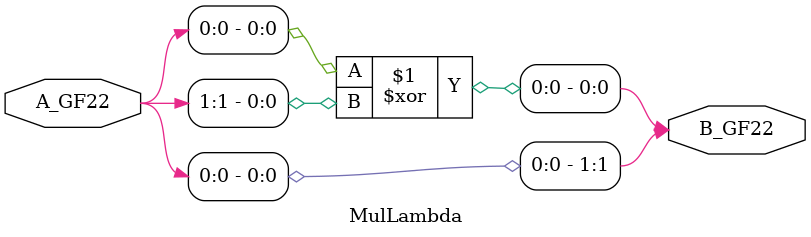
<source format=v>
`timescale 1ns / 1ps
module MulLambda(
    input [1:0] A_GF22,
    output [1:0] B_GF22
    );
	 
	assign  B_GF22[1] =   A_GF22[0];
	assign  B_GF22[0] =   A_GF22[0] ^ A_GF22[1];	

endmodule

</source>
